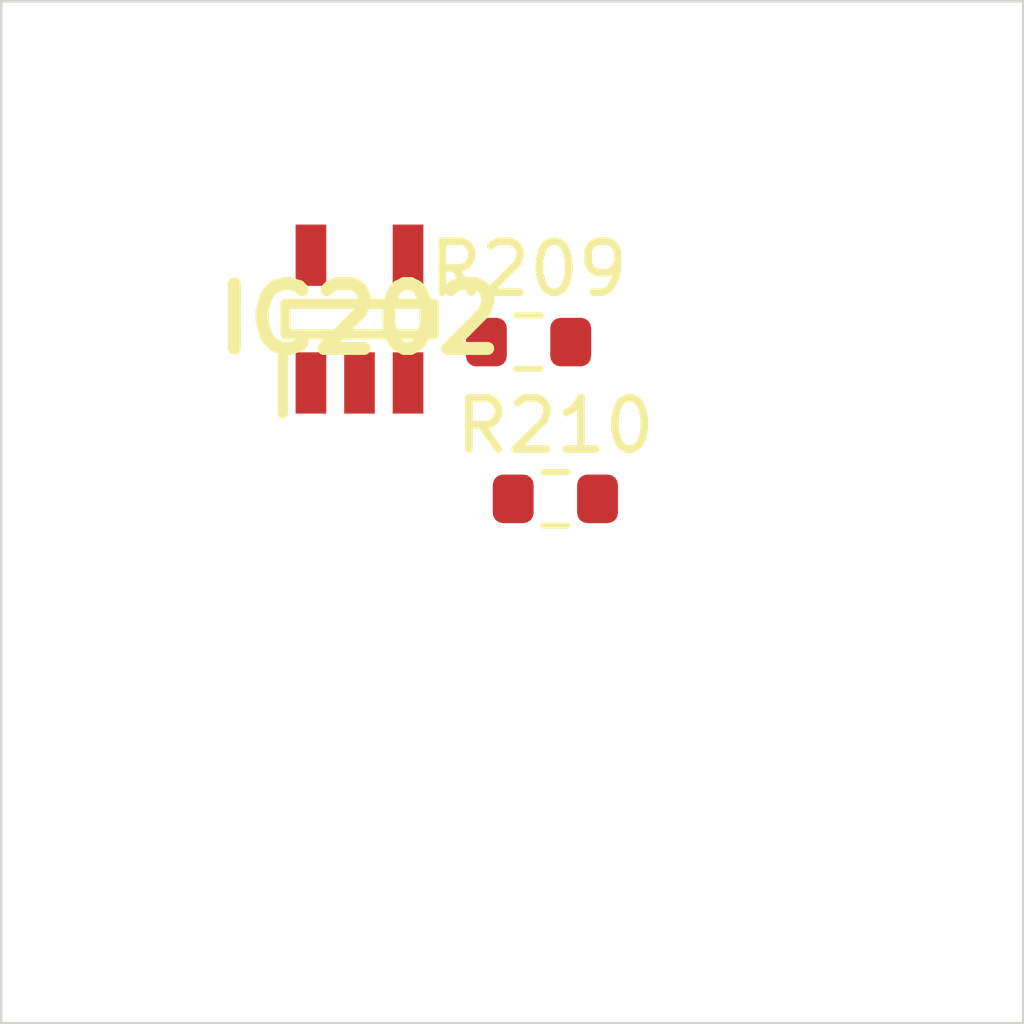
<source format=kicad_pcb>
 ( kicad_pcb  ( version 20171130 )
 ( host pcbnew 5.1.12-84ad8e8a86~92~ubuntu18.04.1 )
 ( general  ( thickness 1.6 )
 ( drawings 4 )
 ( tracks 0 )
 ( zones 0 )
 ( modules 3 )
 ( nets 5 )
)
 ( page A4 )
 ( layers  ( 0 F.Cu signal )
 ( 31 B.Cu signal )
 ( 32 B.Adhes user )
 ( 33 F.Adhes user )
 ( 34 B.Paste user )
 ( 35 F.Paste user )
 ( 36 B.SilkS user )
 ( 37 F.SilkS user )
 ( 38 B.Mask user )
 ( 39 F.Mask user )
 ( 40 Dwgs.User user )
 ( 41 Cmts.User user )
 ( 42 Eco1.User user )
 ( 43 Eco2.User user )
 ( 44 Edge.Cuts user )
 ( 45 Margin user )
 ( 46 B.CrtYd user )
 ( 47 F.CrtYd user )
 ( 48 B.Fab user )
 ( 49 F.Fab user )
)
 ( setup  ( last_trace_width 0.25 )
 ( trace_clearance 0.2 )
 ( zone_clearance 0.508 )
 ( zone_45_only no )
 ( trace_min 0.2 )
 ( via_size 0.8 )
 ( via_drill 0.4 )
 ( via_min_size 0.4 )
 ( via_min_drill 0.3 )
 ( uvia_size 0.3 )
 ( uvia_drill 0.1 )
 ( uvias_allowed no )
 ( uvia_min_size 0.2 )
 ( uvia_min_drill 0.1 )
 ( edge_width 0.05 )
 ( segment_width 0.2 )
 ( pcb_text_width 0.3 )
 ( pcb_text_size 1.5 1.5 )
 ( mod_edge_width 0.12 )
 ( mod_text_size 1 1 )
 ( mod_text_width 0.15 )
 ( pad_size 1.524 1.524 )
 ( pad_drill 0.762 )
 ( pad_to_mask_clearance 0 )
 ( aux_axis_origin 0 0 )
 ( visible_elements FFFFFF7F )
 ( pcbplotparams  ( layerselection 0x010fc_ffffffff )
 ( usegerberextensions false )
 ( usegerberattributes true )
 ( usegerberadvancedattributes true )
 ( creategerberjobfile true )
 ( excludeedgelayer true )
 ( linewidth 0.100000 )
 ( plotframeref false )
 ( viasonmask false )
 ( mode 1 )
 ( useauxorigin false )
 ( hpglpennumber 1 )
 ( hpglpenspeed 20 )
 ( hpglpendiameter 15.000000 )
 ( psnegative false )
 ( psa4output false )
 ( plotreference true )
 ( plotvalue true )
 ( plotinvisibletext false )
 ( padsonsilk false )
 ( subtractmaskfromsilk false )
 ( outputformat 1 )
 ( mirror false )
 ( drillshape 1 )
 ( scaleselection 1 )
 ( outputdirectory "" )
)
)
 ( net 0 "" )
 ( net 1 GND )
 ( net 2 VDDA )
 ( net 3 /Sheet6235D886/vp )
 ( net 4 "Net-(IC202-Pad3)" )
 ( net_class Default "This is the default net class."  ( clearance 0.2 )
 ( trace_width 0.25 )
 ( via_dia 0.8 )
 ( via_drill 0.4 )
 ( uvia_dia 0.3 )
 ( uvia_drill 0.1 )
 ( add_net /Sheet6235D886/vp )
 ( add_net GND )
 ( add_net "Net-(IC202-Pad3)" )
 ( add_net VDDA )
)
 ( module SOT95P280X145-5N locked  ( layer F.Cu )
 ( tedit 62336ED7 )
 ( tstamp 623423ED )
 ( at 87.010600 106.220000 90.000000 )
 ( descr DBV0005A )
 ( tags "Integrated Circuit" )
 ( path /6235D887/6266C08E )
 ( attr smd )
 ( fp_text reference IC202  ( at 0 0 )
 ( layer F.SilkS )
 ( effects  ( font  ( size 1.27 1.27 )
 ( thickness 0.254 )
)
)
)
 ( fp_text value TL071HIDBVR  ( at 0 0 )
 ( layer F.SilkS )
hide  ( effects  ( font  ( size 1.27 1.27 )
 ( thickness 0.254 )
)
)
)
 ( fp_line  ( start -1.85 -1.5 )
 ( end -0.65 -1.5 )
 ( layer F.SilkS )
 ( width 0.2 )
)
 ( fp_line  ( start -0.3 1.45 )
 ( end -0.3 -1.45 )
 ( layer F.SilkS )
 ( width 0.2 )
)
 ( fp_line  ( start 0.3 1.45 )
 ( end -0.3 1.45 )
 ( layer F.SilkS )
 ( width 0.2 )
)
 ( fp_line  ( start 0.3 -1.45 )
 ( end 0.3 1.45 )
 ( layer F.SilkS )
 ( width 0.2 )
)
 ( fp_line  ( start -0.3 -1.45 )
 ( end 0.3 -1.45 )
 ( layer F.SilkS )
 ( width 0.2 )
)
 ( fp_line  ( start -0.8 -0.5 )
 ( end 0.15 -1.45 )
 ( layer Dwgs.User )
 ( width 0.1 )
)
 ( fp_line  ( start -0.8 1.45 )
 ( end -0.8 -1.45 )
 ( layer Dwgs.User )
 ( width 0.1 )
)
 ( fp_line  ( start 0.8 1.45 )
 ( end -0.8 1.45 )
 ( layer Dwgs.User )
 ( width 0.1 )
)
 ( fp_line  ( start 0.8 -1.45 )
 ( end 0.8 1.45 )
 ( layer Dwgs.User )
 ( width 0.1 )
)
 ( fp_line  ( start -0.8 -1.45 )
 ( end 0.8 -1.45 )
 ( layer Dwgs.User )
 ( width 0.1 )
)
 ( fp_line  ( start -2.1 1.775 )
 ( end -2.1 -1.775 )
 ( layer Dwgs.User )
 ( width 0.05 )
)
 ( fp_line  ( start 2.1 1.775 )
 ( end -2.1 1.775 )
 ( layer Dwgs.User )
 ( width 0.05 )
)
 ( fp_line  ( start 2.1 -1.775 )
 ( end 2.1 1.775 )
 ( layer Dwgs.User )
 ( width 0.05 )
)
 ( fp_line  ( start -2.1 -1.775 )
 ( end 2.1 -1.775 )
 ( layer Dwgs.User )
 ( width 0.05 )
)
 ( pad 1 smd rect  ( at -1.25 -0.95 180.000000 )
 ( size 0.6 1.2 )
 ( layers F.Cu F.Mask F.Paste )
 ( net 3 /Sheet6235D886/vp )
)
 ( pad 2 smd rect  ( at -1.25 0 180.000000 )
 ( size 0.6 1.2 )
 ( layers F.Cu F.Mask F.Paste )
 ( net 1 GND )
)
 ( pad 3 smd rect  ( at -1.25 0.95 180.000000 )
 ( size 0.6 1.2 )
 ( layers F.Cu F.Mask F.Paste )
 ( net 4 "Net-(IC202-Pad3)" )
)
 ( pad 4 smd rect  ( at 1.25 0.95 180.000000 )
 ( size 0.6 1.2 )
 ( layers F.Cu F.Mask F.Paste )
 ( net 3 /Sheet6235D886/vp )
)
 ( pad 5 smd rect  ( at 1.25 -0.95 180.000000 )
 ( size 0.6 1.2 )
 ( layers F.Cu F.Mask F.Paste )
 ( net 2 VDDA )
)
)
 ( module Resistor_SMD:R_0603_1608Metric  ( layer F.Cu )
 ( tedit 5F68FEEE )
 ( tstamp 62342595 )
 ( at 90.319100 106.670000 )
 ( descr "Resistor SMD 0603 (1608 Metric), square (rectangular) end terminal, IPC_7351 nominal, (Body size source: IPC-SM-782 page 72, https://www.pcb-3d.com/wordpress/wp-content/uploads/ipc-sm-782a_amendment_1_and_2.pdf), generated with kicad-footprint-generator" )
 ( tags resistor )
 ( path /6235D887/623CDBD9 )
 ( attr smd )
 ( fp_text reference R209  ( at 0 -1.43 )
 ( layer F.SilkS )
 ( effects  ( font  ( size 1 1 )
 ( thickness 0.15 )
)
)
)
 ( fp_text value 100k  ( at 0 1.43 )
 ( layer F.Fab )
 ( effects  ( font  ( size 1 1 )
 ( thickness 0.15 )
)
)
)
 ( fp_line  ( start -0.8 0.4125 )
 ( end -0.8 -0.4125 )
 ( layer F.Fab )
 ( width 0.1 )
)
 ( fp_line  ( start -0.8 -0.4125 )
 ( end 0.8 -0.4125 )
 ( layer F.Fab )
 ( width 0.1 )
)
 ( fp_line  ( start 0.8 -0.4125 )
 ( end 0.8 0.4125 )
 ( layer F.Fab )
 ( width 0.1 )
)
 ( fp_line  ( start 0.8 0.4125 )
 ( end -0.8 0.4125 )
 ( layer F.Fab )
 ( width 0.1 )
)
 ( fp_line  ( start -0.237258 -0.5225 )
 ( end 0.237258 -0.5225 )
 ( layer F.SilkS )
 ( width 0.12 )
)
 ( fp_line  ( start -0.237258 0.5225 )
 ( end 0.237258 0.5225 )
 ( layer F.SilkS )
 ( width 0.12 )
)
 ( fp_line  ( start -1.48 0.73 )
 ( end -1.48 -0.73 )
 ( layer F.CrtYd )
 ( width 0.05 )
)
 ( fp_line  ( start -1.48 -0.73 )
 ( end 1.48 -0.73 )
 ( layer F.CrtYd )
 ( width 0.05 )
)
 ( fp_line  ( start 1.48 -0.73 )
 ( end 1.48 0.73 )
 ( layer F.CrtYd )
 ( width 0.05 )
)
 ( fp_line  ( start 1.48 0.73 )
 ( end -1.48 0.73 )
 ( layer F.CrtYd )
 ( width 0.05 )
)
 ( fp_text user %R  ( at 0 0 )
 ( layer F.Fab )
 ( effects  ( font  ( size 0.4 0.4 )
 ( thickness 0.06 )
)
)
)
 ( pad 1 smd roundrect  ( at -0.825 0 )
 ( size 0.8 0.95 )
 ( layers F.Cu F.Mask F.Paste )
 ( roundrect_rratio 0.25 )
 ( net 2 VDDA )
)
 ( pad 2 smd roundrect  ( at 0.825 0 )
 ( size 0.8 0.95 )
 ( layers F.Cu F.Mask F.Paste )
 ( roundrect_rratio 0.25 )
 ( net 4 "Net-(IC202-Pad3)" )
)
 ( model ${KISYS3DMOD}/Resistor_SMD.3dshapes/R_0603_1608Metric.wrl  ( at  ( xyz 0 0 0 )
)
 ( scale  ( xyz 1 1 1 )
)
 ( rotate  ( xyz 0 0 0 )
)
)
)
 ( module Resistor_SMD:R_0603_1608Metric  ( layer F.Cu )
 ( tedit 5F68FEEE )
 ( tstamp 623425A6 )
 ( at 90.844200 109.738000 )
 ( descr "Resistor SMD 0603 (1608 Metric), square (rectangular) end terminal, IPC_7351 nominal, (Body size source: IPC-SM-782 page 72, https://www.pcb-3d.com/wordpress/wp-content/uploads/ipc-sm-782a_amendment_1_and_2.pdf), generated with kicad-footprint-generator" )
 ( tags resistor )
 ( path /6235D887/623CDBDF )
 ( attr smd )
 ( fp_text reference R210  ( at 0 -1.43 )
 ( layer F.SilkS )
 ( effects  ( font  ( size 1 1 )
 ( thickness 0.15 )
)
)
)
 ( fp_text value 100k  ( at 0 1.43 )
 ( layer F.Fab )
 ( effects  ( font  ( size 1 1 )
 ( thickness 0.15 )
)
)
)
 ( fp_line  ( start 1.48 0.73 )
 ( end -1.48 0.73 )
 ( layer F.CrtYd )
 ( width 0.05 )
)
 ( fp_line  ( start 1.48 -0.73 )
 ( end 1.48 0.73 )
 ( layer F.CrtYd )
 ( width 0.05 )
)
 ( fp_line  ( start -1.48 -0.73 )
 ( end 1.48 -0.73 )
 ( layer F.CrtYd )
 ( width 0.05 )
)
 ( fp_line  ( start -1.48 0.73 )
 ( end -1.48 -0.73 )
 ( layer F.CrtYd )
 ( width 0.05 )
)
 ( fp_line  ( start -0.237258 0.5225 )
 ( end 0.237258 0.5225 )
 ( layer F.SilkS )
 ( width 0.12 )
)
 ( fp_line  ( start -0.237258 -0.5225 )
 ( end 0.237258 -0.5225 )
 ( layer F.SilkS )
 ( width 0.12 )
)
 ( fp_line  ( start 0.8 0.4125 )
 ( end -0.8 0.4125 )
 ( layer F.Fab )
 ( width 0.1 )
)
 ( fp_line  ( start 0.8 -0.4125 )
 ( end 0.8 0.4125 )
 ( layer F.Fab )
 ( width 0.1 )
)
 ( fp_line  ( start -0.8 -0.4125 )
 ( end 0.8 -0.4125 )
 ( layer F.Fab )
 ( width 0.1 )
)
 ( fp_line  ( start -0.8 0.4125 )
 ( end -0.8 -0.4125 )
 ( layer F.Fab )
 ( width 0.1 )
)
 ( fp_text user %R  ( at 0 0 )
 ( layer F.Fab )
 ( effects  ( font  ( size 0.4 0.4 )
 ( thickness 0.06 )
)
)
)
 ( pad 2 smd roundrect  ( at 0.825 0 )
 ( size 0.8 0.95 )
 ( layers F.Cu F.Mask F.Paste )
 ( roundrect_rratio 0.25 )
 ( net 1 GND )
)
 ( pad 1 smd roundrect  ( at -0.825 0 )
 ( size 0.8 0.95 )
 ( layers F.Cu F.Mask F.Paste )
 ( roundrect_rratio 0.25 )
 ( net 4 "Net-(IC202-Pad3)" )
)
 ( model ${KISYS3DMOD}/Resistor_SMD.3dshapes/R_0603_1608Metric.wrl  ( at  ( xyz 0 0 0 )
)
 ( scale  ( xyz 1 1 1 )
)
 ( rotate  ( xyz 0 0 0 )
)
)
)
 ( gr_line  ( start 100 100 )
 ( end 100 120 )
 ( layer Edge.Cuts )
 ( width 0.05 )
 ( tstamp 62E770C4 )
)
 ( gr_line  ( start 80 120 )
 ( end 100 120 )
 ( layer Edge.Cuts )
 ( width 0.05 )
 ( tstamp 62E770C0 )
)
 ( gr_line  ( start 80 100 )
 ( end 100 100 )
 ( layer Edge.Cuts )
 ( width 0.05 )
 ( tstamp 6234110C )
)
 ( gr_line  ( start 80 100 )
 ( end 80 120 )
 ( layer Edge.Cuts )
 ( width 0.05 )
)
)

</source>
